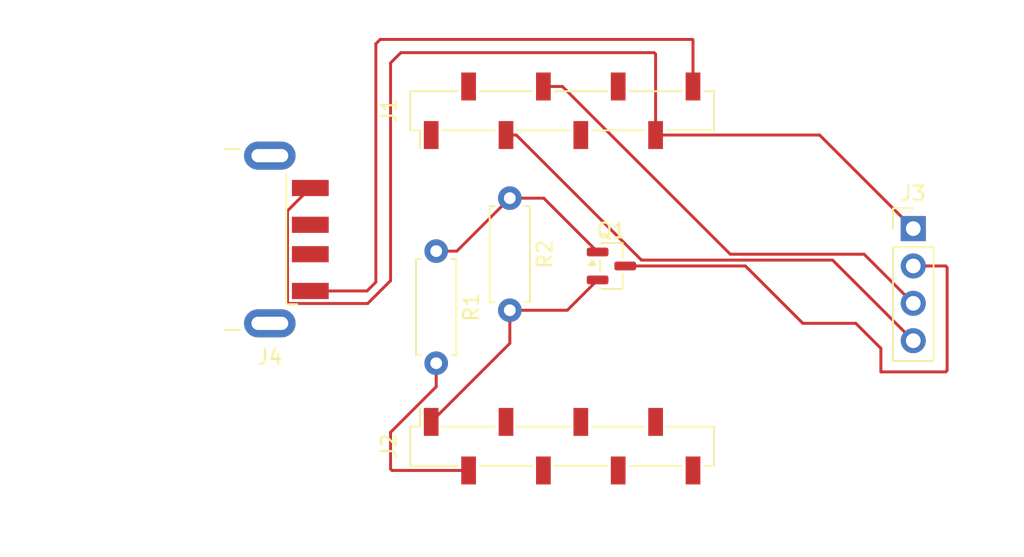
<source format=kicad_pcb>
(kicad_pcb (version 20241229) (generator "pcbnew") (generator_version "9.0")
  (layers (0 "F.Cu" signal) (2 "B.Cu" signal) (13 "F.Paste" user) (15 "B.Paste" user) (5 "F.SilkS" user "F.Silkscreen") (7 "B.SilkS" user "B.Silkscreen") (1 "F.Mask" user) (3 "B.Mask" user) (25 "Edge.Cuts" user))
  (net 0 "")
  (net 4 "GND")
  (net 5 "Net-(J1-Pin_4)")
  (net 6 "Net-(J1-Pin_3)")
  (net 7 "Net-(J1-Pin_8)")
  (net 9 "Net-(J2-Pin_1)")
  (net 12 "Net-(J2-Pin_2)")
  (net 17 "Net-(J3-Pin_2)")
  (net 21 "Net-(Q1-G)")
  (footprint "Connector_PinSocket_2.54mm:PinSocket_1x08_P2.54mm_Vertical_SMD_Pin1Right" (layer "F.Cu") (at 103.85 78.25 90)
    (property "Reference" "J2" (at 0 -11.76 90) (layer "F.SilkS"))
    (property "Value" "Conn_01x08_Socket")
    (fp_line (start 1.33 -10.32) (end 1.33 -9.65) (stroke (width 0.12)) (layer "F.SilkS"))
    (fp_line (start -1.33 -10.32) (end 1.33 -10.32) (stroke (width 0.12)) (layer "F.SilkS"))
    (fp_line (start -1.33 -10.32) (end -1.33 -7.11) (stroke (width 0.12)) (layer "F.SilkS"))
    (fp_line (start 1.33 -9.65) (end 2.54 -9.65) (stroke (width 0.12)) (layer "F.SilkS"))
    (fp_line (start 1.33 -8.13) (end 1.33 -4.57) (stroke (width 0.12)) (layer "F.SilkS"))
    (fp_line (start -1.33 -5.59) (end -1.33 -2.03) (stroke (width 0.12)) (layer "F.SilkS"))
    (fp_line (start 1.33 -3.05) (end 1.33 0.51) (stroke (width 0.12)) (layer "F.SilkS"))
    (fp_line (start -1.33 -0.51) (end -1.33 3.05) (stroke (width 0.12)) (layer "F.SilkS"))
    (fp_line (start 1.33 2.03) (end 1.33 5.59) (stroke (width 0.12)) (layer "F.SilkS"))
    (fp_line (start -1.33 4.57) (end -1.33 8.13) (stroke (width 0.12)) (layer "F.SilkS"))
    (fp_line (start 1.33 7.11) (end 1.33 10.32) (stroke (width 0.12)) (layer "F.SilkS"))
    (fp_line (start -1.33 9.65) (end -1.33 10.32) (stroke (width 0.12)) (layer "F.SilkS"))
    (fp_line (start -1.33 10.32) (end 1.33 10.32) (stroke (width 0.12)) (layer "F.SilkS"))
    (pad "1" smd rect (at 1.65 -8.89 90) (size 1.9 1) (layers "F.Cu" "F.Mask" "F.Paste") (net 9 "Net-(J2-Pin_1)"))
    (pad "2" smd rect (at -1.65 -6.35 90) (size 1.9 1) (layers "F.Cu" "F.Mask" "F.Paste") (net 12 "Net-(J2-Pin_2)"))
    (pad "3" smd rect (at 1.65 -3.81 90) (size 1.9 1) (layers "F.Cu" "F.Mask" "F.Paste"))
    (pad "4" smd rect (at -1.65 -1.27 90) (size 1.9 1) (layers "F.Cu" "F.Mask" "F.Paste"))
    (pad "5" smd rect (at 1.65 1.27 90) (size 1.9 1) (layers "F.Cu" "F.Mask" "F.Paste"))
    (pad "6" smd rect (at -1.65 3.81 90) (size 1.9 1) (layers "F.Cu" "F.Mask" "F.Paste"))
    (pad "7" smd rect (at 1.65 6.35 90) (size 1.9 1) (layers "F.Cu" "F.Mask" "F.Paste"))
    (pad "8" smd rect (at -1.65 8.89 90) (size 1.9 1) (layers "F.Cu" "F.Mask" "F.Paste"))
  )
  (footprint "Resistor_THT:R_Axial_DIN0207_L6.3mm_D2.5mm_P7.62mm_Horizontal" (layer "F.Cu") (at 100.3 61.39 -90)
    (property "Reference" "R2" (at 3.81 -2.37 90) (layer "F.SilkS"))
    (property "Value" "100k")
    (fp_line (start 0.54 1.37) (end 7.08 1.37) (stroke (width 0.12)) (layer "F.SilkS"))
    (fp_line (start 7.08 1.37) (end 7.08 1.04) (stroke (width 0.12)) (layer "F.SilkS"))
    (fp_line (start 0.54 1.04) (end 0.54 1.37) (stroke (width 0.12)) (layer "F.SilkS"))
    (fp_line (start 0.54 -1.04) (end 0.54 -1.37) (stroke (width 0.12)) (layer "F.SilkS"))
    (fp_line (start 0.54 -1.37) (end 7.08 -1.37) (stroke (width 0.12)) (layer "F.SilkS"))
    (fp_line (start 7.08 -1.37) (end 7.08 -1.04) (stroke (width 0.12)) (layer "F.SilkS"))
    (pad "1" thru_hole circle (at 0 0 270) (size 1.6 1.6) (drill 0.8) (layers "*.Cu" "*.Mask") (net 21 "Net-(Q1-G)"))
    (pad "2" thru_hole circle (at 7.62 0 270) (size 1.6 1.6) (drill 0.8) (layers "*.Cu" "*.Mask") (net 9 "Net-(J2-Pin_1)"))
  )
  (footprint "Connector_USB:USB_A_CNCTech_1001-011-01101_Horizontal" (layer "F.Cu") (at 77.1 64.2 180)
    (property "Reference" "J4" (at -6.9 -8 0) (layer "F.SilkS"))
    (property "Value" "USB_A")
    (fp_line (start -4.85 6.145) (end -3.8 6.145) (stroke (width 0.12)) (layer "F.SilkS"))
    (fp_line (start -4.85 -6.145) (end -3.8 -6.145) (stroke (width 0.12)) (layer "F.SilkS"))
    (fp_line (start -8.02 -4.4) (end -8.02 4.4) (stroke (width 0.12)) (layer "F.SilkS"))
    (fp_line (start -8.02 -4.4) (end -8.775 -4.4) (stroke (width 0.12)) (layer "F.SilkS"))
    (pad "" np_thru_hole circle (at -6.9 -2.3 180) (size 1.1 1.1) (drill 1.1) (layers "*.Cu" "*.Mask"))
    (pad "" np_thru_hole circle (at -6.9 2.3 180) (size 1.1 1.1) (drill 1.1) (layers "*.Cu" "*.Mask"))
    (pad "1" smd rect (at -9.65 -3.5 180) (size 2.5 1.1) (layers "F.Cu" "F.Mask" "F.Paste") (net 7 "Net-(J1-Pin_8)"))
    (pad "2" smd rect (at -9.65 -1 180) (size 2.5 1.1) (layers "F.Cu" "F.Mask" "F.Paste"))
    (pad "3" smd rect (at -9.65 1 180) (size 2.5 1.1) (layers "F.Cu" "F.Mask" "F.Paste"))
    (pad "4" smd rect (at -9.65 3.5 180) (size 2.5 1.1) (layers "F.Cu" "F.Mask" "F.Paste") (net 4 "GND"))
    (pad "5" thru_hole oval (at -6.9 -5.7 180) (size 3.5 1.9) (drill oval 2.5 0.9) (property pad_prop_heatsink) (layers "*.Cu" "*.Mask"))
    (pad "5" thru_hole oval (at -6.9 5.7 180) (size 3.5 1.9) (drill oval 2.5 0.9) (property pad_prop_heatsink) (layers "*.Cu" "*.Mask"))
  )
  (footprint "Connector_PinHeader_2.54mm:PinHeader_1x04_P2.54mm_Vertical" (layer "F.Cu") (at 127.7 63.46)
    (property "Reference" "J3" (at 0 -2.38 0) (layer "F.SilkS"))
    (property "Value" "Conn_01x04_Socket")
    (fp_line (start -1.38 -1.38) (end 0 -1.38) (stroke (width 0.12)) (layer "F.SilkS"))
    (fp_line (start -1.38 0) (end -1.38 -1.38) (stroke (width 0.12)) (layer "F.SilkS"))
    (fp_line (start -1.38 1.27) (end -1.38 9) (stroke (width 0.12)) (layer "F.SilkS"))
    (fp_line (start -1.38 1.27) (end 1.38 1.27) (stroke (width 0.12)) (layer "F.SilkS"))
    (fp_line (start -1.38 9) (end 1.38 9) (stroke (width 0.12)) (layer "F.SilkS"))
    (fp_line (start 1.38 1.27) (end 1.38 9) (stroke (width 0.12)) (layer "F.SilkS"))
    (pad "1" thru_hole rect (at 0 0) (size 1.7 1.7) (drill 1) (layers "*.Cu" "*.Mask") (net 4 "GND"))
    (pad "2" thru_hole circle (at 0 2.54) (size 1.7 1.7) (drill 1) (layers "*.Cu" "*.Mask") (net 17 "Net-(J3-Pin_2)"))
    (pad "3" thru_hole circle (at 0 5.08) (size 1.7 1.7) (drill 1) (layers "*.Cu" "*.Mask") (net 5 "Net-(J1-Pin_4)"))
    (pad "4" thru_hole circle (at 0 7.62) (size 1.7 1.7) (drill 1) (layers "*.Cu" "*.Mask") (net 6 "Net-(J1-Pin_3)"))
  )
  (footprint "Resistor_THT:R_Axial_DIN0207_L6.3mm_D2.5mm_P7.62mm_Horizontal" (layer "F.Cu") (at 95.3 64.99 -90)
    (property "Reference" "R1" (at 3.81 -2.37 90) (layer "F.SilkS"))
    (property "Value" "100")
    (fp_line (start 0.54 1.37) (end 7.08 1.37) (stroke (width 0.12)) (layer "F.SilkS"))
    (fp_line (start 7.08 1.37) (end 7.08 1.04) (stroke (width 0.12)) (layer "F.SilkS"))
    (fp_line (start 0.54 1.04) (end 0.54 1.37) (stroke (width 0.12)) (layer "F.SilkS"))
    (fp_line (start 0.54 -1.04) (end 0.54 -1.37) (stroke (width 0.12)) (layer "F.SilkS"))
    (fp_line (start 0.54 -1.37) (end 7.08 -1.37) (stroke (width 0.12)) (layer "F.SilkS"))
    (fp_line (start 7.08 -1.37) (end 7.08 -1.04) (stroke (width 0.12)) (layer "F.SilkS"))
    (pad "1" thru_hole circle (at 0 0 270) (size 1.6 1.6) (drill 0.8) (layers "*.Cu" "*.Mask") (net 21 "Net-(Q1-G)"))
    (pad "2" thru_hole circle (at 7.62 0 270) (size 1.6 1.6) (drill 0.8) (layers "*.Cu" "*.Mask") (net 12 "Net-(J2-Pin_2)"))
  )
  (footprint "Connector_PinSocket_2.54mm:PinSocket_1x08_P2.54mm_Vertical_SMD_Pin1Left" (layer "F.Cu") (at 103.85 55.45 90)
    (property "Reference" "J1" (at 0 -11.76 90) (layer "F.SilkS"))
    (property "Value" "Conn_01x08_Socket")
    (fp_line (start 1.33 -10.32) (end 1.33 -7.11) (stroke (width 0.12)) (layer "F.SilkS"))
    (fp_line (start -1.33 -10.32) (end 1.33 -10.32) (stroke (width 0.12)) (layer "F.SilkS"))
    (fp_line (start -1.33 -10.32) (end -1.33 -9.65) (stroke (width 0.12)) (layer "F.SilkS"))
    (fp_line (start -2.54 -9.65) (end -1.33 -9.65) (stroke (width 0.12)) (layer "F.SilkS"))
    (fp_line (start -1.33 -8.13) (end -1.33 -4.57) (stroke (width 0.12)) (layer "F.SilkS"))
    (fp_line (start 1.33 -5.59) (end 1.33 -2.03) (stroke (width 0.12)) (layer "F.SilkS"))
    (fp_line (start -1.33 -3.05) (end -1.33 0.51) (stroke (width 0.12)) (layer "F.SilkS"))
    (fp_line (start 1.33 -0.51) (end 1.33 3.05) (stroke (width 0.12)) (layer "F.SilkS"))
    (fp_line (start -1.33 2.03) (end -1.33 5.59) (stroke (width 0.12)) (layer "F.SilkS"))
    (fp_line (start 1.33 4.57) (end 1.33 8.13) (stroke (width 0.12)) (layer "F.SilkS"))
    (fp_line (start -1.33 7.11) (end -1.33 10.32) (stroke (width 0.12)) (layer "F.SilkS"))
    (fp_line (start 1.33 9.65) (end 1.33 10.32) (stroke (width 0.12)) (layer "F.SilkS"))
    (fp_line (start -1.33 10.32) (end 1.33 10.32) (stroke (width 0.12)) (layer "F.SilkS"))
    (pad "1" smd rect (at -1.65 -8.89 90) (size 1.9 1) (layers "F.Cu" "F.Mask" "F.Paste"))
    (pad "2" smd rect (at 1.65 -6.35 90) (size 1.9 1) (layers "F.Cu" "F.Mask" "F.Paste"))
    (pad "3" smd rect (at -1.65 -3.81 90) (size 1.9 1) (layers "F.Cu" "F.Mask" "F.Paste") (net 6 "Net-(J1-Pin_3)"))
    (pad "4" smd rect (at 1.65 -1.27 90) (size 1.9 1) (layers "F.Cu" "F.Mask" "F.Paste") (net 5 "Net-(J1-Pin_4)"))
    (pad "5" smd rect (at -1.65 1.27 90) (size 1.9 1) (layers "F.Cu" "F.Mask" "F.Paste"))
    (pad "6" smd rect (at 1.65 3.81 90) (size 1.9 1) (layers "F.Cu" "F.Mask" "F.Paste"))
    (pad "7" smd rect (at -1.65 6.35 90) (size 1.9 1) (layers "F.Cu" "F.Mask" "F.Paste") (net 4 "GND"))
    (pad "8" smd rect (at 1.65 8.89 90) (size 1.9 1) (layers "F.Cu" "F.Mask" "F.Paste") (net 7 "Net-(J1-Pin_8)"))
  )
  (footprint "Package_TO_SOT_SMD:SOT-23" (layer "F.Cu") (at 107.2 66)
    (property "Reference" "Q1" (at 0 -2.4 0) (layer "F.SilkS"))
    (property "Value" "AO3401A")
    (fp_line (start -0.76 -1.56) (end 0.76 -1.56) (stroke (width 0.12)) (layer "F.SilkS"))
    (fp_line (start -0.76 -1.51) (end -0.76 -1.56) (stroke (width 0.12)) (layer "F.SilkS"))
    (fp_line (start -0.76 0.39) (end -0.76 -0.39) (stroke (width 0.12)) (layer "F.SilkS"))
    (fp_line (start -0.76 1.56) (end -0.76 1.51) (stroke (width 0.12)) (layer "F.SilkS"))
    (fp_line (start 0.76 -1.56) (end 0.76 -0.56) (stroke (width 0.12)) (layer "F.SilkS"))
    (fp_line (start 0.76 0.56) (end 0.76 1.56) (stroke (width 0.12)) (layer "F.SilkS"))
    (fp_line (start 0.76 1.56) (end -0.76 1.56) (stroke (width 0.12)) (layer "F.SilkS"))
    (fp_poly (pts (xy -1.3 -0.38) (xy -1.06 -0.05) (xy -1.54 -0.05)) (stroke (width 0.12)) (fill yes) (layer "F.SilkS"))
    (pad "1" smd roundrect (at -0.9375 -0.95) (size 1.475 0.6) (layers "F.Cu" "F.Mask" "F.Paste") (net 21 "Net-(Q1-G)"))
    (pad "2" smd roundrect (at -0.9375 0.95) (size 1.475 0.6) (layers "F.Cu" "F.Mask" "F.Paste") (net 9 "Net-(J2-Pin_1)"))
    (pad "3" smd roundrect (at 0.9375 0) (size 1.475 0.6) (layers "F.Cu" "F.Mask" "F.Paste") (net 17 "Net-(J3-Pin_2)"))
  )
  (segment (start 92.2 52.2) (end 92.9 51.5) (width 0.2) (layer "F.Cu") (net 4))
  (segment (start 121.34 57.1) (end 127.7 63.46) (width 0.2) (layer "F.Cu") (net 4))
  (segment (start 110.2 51.6) (end 110.2 57.1) (width 0.2) (layer "F.Cu") (net 4))
  (segment (start 86.75 60.7) (end 85.199 62.251) (width 0.2) (layer "F.Cu") (net 4))
  (segment (start 90.649 68.551) (end 92.2 67) (width 0.2) (layer "F.Cu") (net 4))
  (segment (start 92.9 51.5) (end 110.1 51.5) (width 0.2) (layer "F.Cu") (net 4))
  (segment (start 92.2 67) (end 92.2 52.2) (width 0.2) (layer "F.Cu") (net 4))
  (segment (start 85.199 68.551) (end 90.649 68.551) (width 0.2) (layer "F.Cu") (net 4))
  (segment (start 110.2 57.1) (end 121.34 57.1) (width 0.2) (layer "F.Cu") (net 4))
  (segment (start 85.199 62.251) (end 85.199 68.551) (width 0.2) (layer "F.Cu") (net 4))
  (segment (start 110.1 51.5) (end 110.2 51.6) (width 0.2) (layer "F.Cu") (net 4))
  (segment (start 124.359 65.199) (end 127.7 68.54) (width 0.2) (layer "F.Cu") (net 5))
  (segment (start 102.58 53.8) (end 103.872 53.8) (width 0.2) (layer "F.Cu") (net 5))
  (segment (start 115.271 65.199) (end 124.359 65.199) (width 0.2) (layer "F.Cu") (net 5))
  (segment (start 103.872 53.8) (end 115.271 65.199) (width 0.2) (layer "F.Cu") (net 5))
  (segment (start 100.74 57.1) (end 109.24 65.6) (width 0.2) (layer "F.Cu") (net 6))
  (segment (start 109.24 65.6) (end 122.22 65.6) (width 0.2) (layer "F.Cu") (net 6))
  (segment (start 122.22 65.6) (end 127.7 71.08) (width 0.2) (layer "F.Cu") (net 6))
  (segment (start 100.04 57.1) (end 100.74 57.1) (width 0.2) (layer "F.Cu") (net 6))
  (segment (start 91.2 50.9) (end 91.2 67.1) (width 0.2) (layer "F.Cu") (net 7))
  (segment (start 112.74 53.8) (end 112.74 50.64) (width 0.2) (layer "F.Cu") (net 7))
  (segment (start 91.2 67.1) (end 90.6 67.7) (width 0.2) (layer "F.Cu") (net 7))
  (segment (start 112.7 50.6) (end 91.5 50.6) (width 0.2) (layer "F.Cu") (net 7))
  (segment (start 90.6 67.7) (end 86.75 67.7) (width 0.2) (layer "F.Cu") (net 7))
  (segment (start 91.5 50.6) (end 91.2 50.9) (width 0.2) (layer "F.Cu") (net 7))
  (segment (start 112.74 50.64) (end 112.7 50.6) (width 0.2) (layer "F.Cu") (net 7))
  (segment (start 94.96 76.6) (end 100.3 71.26) (width 0.2) (layer "F.Cu") (net 9))
  (segment (start 100.3 69.01) (end 104.2025 69.01) (width 0.2) (layer "F.Cu") (net 9))
  (segment (start 100.3 71.26) (end 100.3 69.01) (width 0.2) (layer "F.Cu") (net 9))
  (segment (start 104.2025 69.01) (end 106.2625 66.95) (width 0.2) (layer "F.Cu") (net 9))
  (segment (start 92.2 79.8) (end 92.2 77.308) (width 0.2) (layer "F.Cu") (net 12))
  (segment (start 95.3 74.208) (end 95.3 72.61) (width 0.2) (layer "F.Cu") (net 12))
  (segment (start 92.3 79.9) (end 92.2 79.8) (width 0.2) (layer "F.Cu") (net 12))
  (segment (start 97.5 79.9) (end 92.3 79.9) (width 0.2) (layer "F.Cu") (net 12))
  (segment (start 92.2 77.308) (end 95.3 74.208) (width 0.2) (layer "F.Cu") (net 12))
  (segment (start 116.3 66) (end 120.2 69.9) (width 0.2) (layer "F.Cu") (net 17))
  (segment (start 130 73.1) (end 130 66.1) (width 0.2) (layer "F.Cu") (net 17))
  (segment (start 125.5 71.6) (end 125.5 73.2) (width 0.2) (layer "F.Cu") (net 17))
  (segment (start 123.8 69.9) (end 125.5 71.6) (width 0.2) (layer "F.Cu") (net 17))
  (segment (start 129.9 73.2) (end 130 73.1) (width 0.2) (layer "F.Cu") (net 17))
  (segment (start 129.9 66) (end 127.7 66) (width 0.2) (layer "F.Cu") (net 17))
  (segment (start 120.2 69.9) (end 123.8 69.9) (width 0.2) (layer "F.Cu") (net 17))
  (segment (start 108.1375 66) (end 116.3 66) (width 0.2) (layer "F.Cu") (net 17))
  (segment (start 130 66.1) (end 129.9 66) (width 0.2) (layer "F.Cu") (net 17))
  (segment (start 125.5 73.2) (end 129.9 73.2) (width 0.2) (layer "F.Cu") (net 17))
  (segment (start 102.6025 61.39) (end 106.2625 65.05) (width 0.2) (layer "F.Cu") (net 21))
  (segment (start 96.7 64.99) (end 100.3 61.39) (width 0.2) (layer "F.Cu") (net 21))
  (segment (start 100.3 61.39) (end 102.6025 61.39) (width 0.2) (layer "F.Cu") (net 21))
  (segment (start 95.3 64.99) (end 96.7 64.99) (width 0.2) (layer "F.Cu") (net 21))
)
</source>
